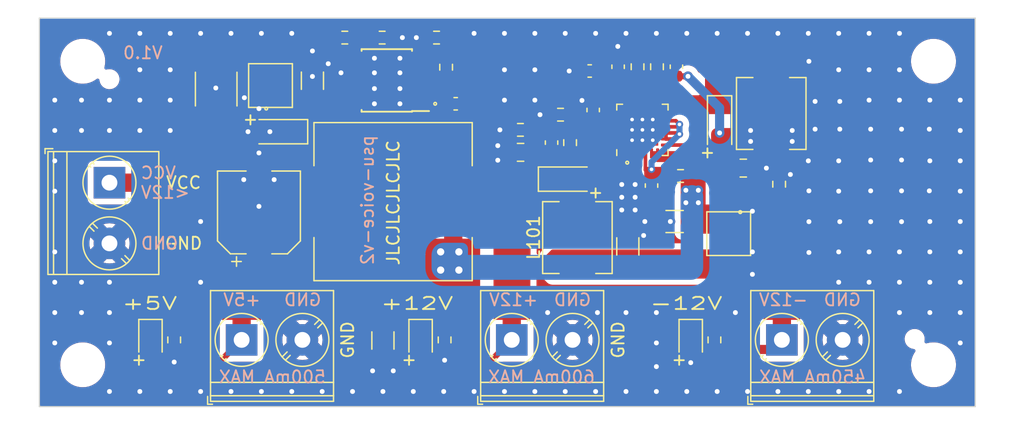
<source format=kicad_pcb>
(kicad_pcb (version 20221018) (generator pcbnew)
  (layers (0 "F.Cu" signal) (1 "In1.Cu" power "GND1") (2 "In2.Cu" power "GND2") (31 "B.Cu" signal) (34 "B.Paste" user) (35 "F.Paste" user) (36 "B.SilkS" user "B.Silkscreen") (37 "F.SilkS" user "F.Silkscreen") (38 "B.Mask" user) (39 "F.Mask" user) (44 "Edge.Cuts" user))
  (net 0 "")
  (net 1 "GND")
  (net 2 "+12V")
  (net 3 "-12V")
  (net 4 "VCC")
  (net 5 "+5V")
  (net 6 "Net-(Q101-S)")
  (net 7 "Net-(Q102-D)")
  (net 8 "Net-(U101-ENN)")
  (net 9 "Net-(U102-BOOT)")
  (net 10 "Net-(D102-K)")
  (net 11 "Net-(U101-CP)")
  (net 12 "Net-(U101-FBP)")
  (net 13 "Net-(U101-FBN)")
  (net 14 "Net-(U101-VREF)")
  (net 15 "Net-(U101-CN)")
  (net 16 "Net-(D101-A)")
  (net 17 "Net-(D103-K)")
  (net 18 "Net-(D104-K)")
  (net 19 "Net-(D105-K)")
  (net 20 "Net-(D106-K)")
  (net 21 "Net-(Q101-D)")
  (net 22 "Net-(Q102-G)")
  (net 23 "Net-(U102-EN)")
  (net 28 "PSU_FB")
  (footprint "MountingHole:MountingHole_2.1mm" (layer "F.Cu") (at 24.765 20.031)
    (fp_text reference "REF**")
    (fp_text value "MountingHole_1.152mm")
  )
  (footprint "MountingHole:MountingHole_2.1mm" (layer "F.Cu") (at 91.015 41.431)
    (fp_text reference "REF**")
    (fp_text value "MountingHole_1.152mm")
  )
  (footprint "Resistor_SMD:R_0603_1608Metric" (layer "F.Cu") (at 52.465 19.0435 -90)
    (fp_text reference "R108")
    (fp_text value "10k")
  )
  (footprint "Capacitor_SMD:C_1206_3216Metric" (layer "F.Cu") (at 71.265 31.756 180)
    (fp_text reference "C101")
    (fp_text value "10u")
  )
  (footprint "MountingHole:MountingHole_3.2mm_M3" (layer "F.Cu") (at 22.565 18.556)
    (fp_text reference "H101")
    (fp_text value "MountingHole")
  )
  (footprint "Inductor_SMD:L_Sunlord_MWSA0518S" (layer "F.Cu") (at 79.215 22.856 -90)
    (fp_text reference "L103")
    (fp_text value "10u")
  )
  (footprint "MountingHole:MountingHole_3.2mm_M3" (layer "F.Cu") (at 92.565 18.556)
    (fp_text reference "H102")
    (fp_text value "MountingHole")
  )
  (footprint "PCM_Package_TO_SOT_SMD_AKL:SOT-23" (layer "F.Cu") (at 75.715 32.756 -90)
    (fp_text reference "Q102")
    (fp_text value "AO3401A" hide)
  )
  (footprint "Package_SO:TI_SO-PowerPAD-8_ThermalVias" (layer "F.Cu") (at 47.5836 20.1314 180)
    (fp_text reference "U102")
    (fp_text value "TPS5430DDA")
  )
  (footprint "Resistor_SMD:R_0603_1608Metric" (layer "F.Cu") (at 61.8775 22.956)
    (fp_text reference "R105")
    (fp_text value "110k")
  )
  (footprint "TerminalBlock_Phoenix:TerminalBlock_Phoenix_PT-1,5-2-5.0-H_1x02_P5.00mm_Horizontal" (layer "F.Cu") (at 24.765 28.556 -90)
    (fp_text reference "J101")
    (fp_text value "Screw_Terminal_01x02")
  )
  (footprint "Inductor_SMD:L_Sunlord_SWRB1204S" (layer "F.Cu") (at 48.1012 30.117)
    (fp_text reference "L102")
    (fp_text value "47u")
  )
  (footprint "Resistor_SMD:R_0603_1608Metric" (layer "F.Cu") (at 68.215 19.006 90)
    (fp_text reference "R106")
    (fp_text value "100k")
  )
  (footprint "TerminalBlock_Phoenix:TerminalBlock_Phoenix_PT-1,5-2-5.0-H_1x02_P5.00mm_Horizontal" (layer "F.Cu") (at 80.09 41.506)
    (fp_text reference "J104")
    (fp_text value "Screw_Terminal_01x02")
  )
  (footprint "Resistor_SMD:R_0603_1608Metric" (layer "F.Cu") (at 71.7525 28.006)
    (fp_text reference "R101")
    (fp_text value "100")
  )
  (footprint "Resistor_SMD:R_0603_1608Metric" (layer "F.Cu") (at 44.1275 16.606 180)
    (fp_text reference "R102")
    (fp_text value "100k")
  )
  (footprint "Capacitor_SMD:C_0603_1608Metric" (layer "F.Cu") (at 66.615 19.006 90)
    (fp_text reference "C111")
    (fp_text value "220n")
  )
  (footprint "Capacitor_SMD:C_1206_3216Metric" (layer "F.Cu") (at 67.415 33.806 90)
    (fp_text reference "C103")
    (fp_text value "10u")
  )
  (footprint "Capacitor_SMD:C_0603_1608Metric" (layer "F.Cu") (at 53.2525 22.056)
    (fp_text reference "C105")
    (fp_text value "10n")
  )
  (footprint "Capacitor_SMD:C_0603_1608Metric" (layer "F.Cu") (at 71.415 19.006 -90)
    (fp_text reference "C109")
    (fp_text value "8p2")
  )
  (footprint "Diode_SMD:D_SOD-123" (layer "F.Cu") (at 38.715 24.356 180)
    (fp_text reference "D102")
    (fp_text value "B5819W")
  )
  (footprint "LED_SMD:LED_0805_2012Metric" (layer "F.Cu") (at 28.14 41.506 -90)
    (fp_text reference "D104")
    (fp_text value "RED")
  )
  (footprint "Capacitor_SMD:CP_Elec_6.3x7.7" (layer "F.Cu") (at 37.065 31.006 90)
    (fp_text reference "C110")
    (fp_text value "220u")
  )
  (footprint "Capacitor_SMD:C_1206_3216Metric" (layer "F.Cu") (at 41.465 20.156 90)
    (fp_text reference "C102")
    (fp_text value "10u")
  )
  (footprint "Capacitor_SMD:C_0603_1608Metric" (layer "F.Cu") (at 64.565 22.5685 90)
    (fp_text reference "C106")
    (fp_text value "10n")
  )
  (footprint "MountingHole:MountingHole_3.2mm_M3" (layer "F.Cu") (at 22.565 43.556)
    (fp_text reference "H104")
    (fp_text value "MountingHole")
  )
  (footprint "Resistor_SMD:R_0603_1608Metric" (layer "F.Cu") (at 47.2025 16.606 180)
    (fp_text reference "R103")
    (fp_text value "100k")
  )
  (footprint "TerminalBlock_Phoenix:TerminalBlock_Phoenix_PT-1,5-2-5.0-H_1x02_P5.00mm_Horizontal" (layer "F.Cu") (at 35.64 41.506)
    (fp_text reference "J103")
    (fp_text value "Screw_Terminal_01x02")
  )
  (footprint "Capacitor_SMD:C_0603_1608Metric" (layer "F.Cu") (at 69.365 28.7935 -90)
    (fp_text reference "C104")
    (fp_text value "100n")
  )
  (footprint "Capacitor_SMD:C_0805_2012Metric" (layer "F.Cu") (at 76.915 27.356)
    (fp_text reference "C112")
    (fp_text value "22u")
  )
  (footprint "TerminalBlock_Phoenix:TerminalBlock_Phoenix_PT-1,5-2-5.0-H_1x02_P5.00mm_Horizontal" (layer "F.Cu") (at 57.865 41.506)
    (fp_text reference "J102")
    (fp_text value "Screw_Terminal_01x02")
  )
  (footprint "MountingHole:MountingHole_3.2mm_M3" (layer "F.Cu") (at 92.565 43.556)
    (fp_text reference "H103")
    (fp_text value "MountingHole")
  )
  (footprint "LED_SMD:LED_0805_2012Metric" (layer "F.Cu") (at 50.365 41.506 -90)
    (fp_text reference "D105")
    (fp_text value "GREEN")
  )
  (footprint "Diode_SMD:D_SOD-123" (layer "F.Cu") (at 62.415 28.2628)
    (fp_text reference "D101")
    (fp_text value "B5819W")
  )
  (footprint "Capacitor_SMD:C_0603_1608Metric" (layer "F.Cu") (at 64.2775 19.356 180)
    (fp_text reference "C114")
    (fp_text value "4n7")
  )
  (footprint "Capacitor_SMD:C_0805_2012Metric" (layer "F.Cu") (at 58.59 26.056 180)
    (fp_text reference "C113")
    (fp_text value "22u")
  )
  (footprint "Resistor_SMD:R_0603_1608Metric" (layer "F.Cu") (at 30.09 41.506 90)
    (fp_text reference "R112")
    (fp_text value "1k5")
  )
  (footprint "Resistor_SMD:R_0603_1608Metric" (layer "F.Cu") (at 52.34 41.506 90)
    (fp_text reference "R113")
    (fp_text value "4k3")
  )
  (footprint "Diode_SMD:D_SOD-123" (layer "F.Cu") (at 74.965 23.756 -90)
    (fp_text reference "D103")
    (fp_text value "B5819W")
  )
  (footprint "PCM_Package_TO_SOT_SMD_AKL:SOT-23" (layer "F.Cu") (at 38.015 20.556 90)
    (fp_text reference "Q101")
    (fp_text value "AO3401A" hide)
  )
  (footprint "Resistor_SMD:R_0603_1608Metric" (layer "F.Cu") (at 62.665 25.256 -90)
    (fp_text reference "R104")
    (fp_text value "1M")
  )
  (footprint "Capacitor_SMD:C_0603_1608Metric" (layer "F.Cu") (at 61.14 25.256 90)
    (fp_text reference "C108")
    (fp_text value "6p8")
  )
  (footprint "Inductor_SMD:L_Sunlord_MWSA0518S" (layer "F.Cu") (at 63.265 33.0788 90)
    (fp_text reference "L101")
    (fp_text value "10u")
  )
  (footprint "Resistor_SMD:R_0603_1608Metric" (layer "F.Cu") (at 58.5775 24.206)
    (fp_text reference "R111")
    (fp_text value "12k")
  )
  (footprint "LED_SMD:LED_0805_2012Metric" (layer "F.Cu") (at 72.59 41.506 -90)
    (fp_text reference "D106")
    (fp_text value "YELLOW")
  )
  (footprint "Capacitor_SMD:C_1206_3216Metric" (layer "F.Cu") (at 47.265 41.556 -90)
    (fp_text reference "C107")
    (fp_text value "10u")
  )
  (footprint "Resistor_SMD:R_0603_1608Metric" (layer "F.Cu") (at 69.815 19.006 90)
    (fp_text reference "R107")
    (fp_text value "1M")
  )
  (footprint "Resistor_SMD:R_0603_1608Metric" (layer "F.Cu") (at 51.6775 16.606)
    (fp_text reference "R109")
    (fp_text value "3k3")
  )
  (footprint "Package_DFN_QFN:QFN-24-1EP_4x4mm_P0.5mm_EP2.6x2.6mm" (layer "F.Cu") (at 68.615 24.206 90)
    (fp_text reference "U101")
    (fp_text value "TPS65131RGER")
  )
  (footprint "Resistor_SMD:R_0603_1608Metric" (layer "F.Cu") (at 74.54 41.506 90)
    (fp_text reference "R114")
    (fp_text value "5k1")
  )
  (footprint "Fuse:Fuse_1812_4532Metric" (layer "F.Cu") (at 33.547 20.846 -90)
    (fp_text reference "F101")
    (fp_text value "500mA")
  )
  (footprint "Resistor_SMD:R_0603_1608Metric" (layer "F.Cu") (at 79.865 28.681 -90)
    (fp_text reference "R110")
    (fp_text value "12k")
  )
  (gr_circle (center 67.365 26.906) (end 67.39 26.956) (stroke (width 0.12)) (fill none) (layer "F.SilkS"))
  (gr_circle (center 76.665 30.981) (end 76.69 31.031) (stroke (width 0.12)) (fill none) (layer "F.SilkS"))
  (gr_circle (center 37.665 22.456) (end 37.715 22.456) (stroke (width 0.12)) (fill none) (layer "F.SilkS"))
  (gr_circle (center 51.565 22.056) (end 51.565 22.106) (stroke (width 0.12)) (fill none) (layer "F.SilkS"))
  (gr_line (start 19 15) (end 96 15) (stroke (width 0.1)) (layer "Edge.Cuts"))
  (gr_line (start 96 15) (end 96 47) (stroke (width 0.1)) (layer "Edge.Cuts"))
  (gr_line (start 19 47) (end 19 15) (stroke (width 0.1)) (layer "Edge.Cuts"))
  (gr_line (start 19 47) (end 96 47) (stroke (width 0.1)) (layer "Edge.Cuts"))
  (gr_text "GND" (at 40.665 38.206) (layer "B.SilkS") (effects (font (size 1 1)) (justify mirror)))
  (gr_text "+5V" (at 35.665 38.206) (layer "B.SilkS") (effects (font (size 1 1)) (justify mirror)))
  (gr_text "+12V" (at 58.015 38.206) (layer "B.SilkS") (effects (font (size 1 1)) (justify mirror)))
  (gr_text "GND" (at 62.865 38.206) (layer "B.SilkS") (effects (font (size 1 1)) (justify mirror)))
  (gr_text "GND" (at 85.065 38.206) (layer "B.SilkS") (effects (font (size 1 1)) (justify mirror)))
  (gr_text "-12V" (at 80.215 38.206) (layer "B.SilkS") (effects (font (size 1 1)) (justify mirror)))
  (gr_text "GND" (at 27.265 33.556) (layer "B.SilkS") (effects (font (size 1 1)) (justify right mirror)))
  (gr_text "600mA MAX" (at 60.315 44.556) (layer "B.SilkS") (effects (font (size 1 1)) (justify mirror)))
  (gr_text "450mA MAX" (at 82.615 44.556) (layer "B.SilkS") (effects (font (size 1 1)) (justify mirror)))
  (gr_text "500mA MAX" (at 38.165 44.556) (layer "B.SilkS") (effects (font (size 1 1)) (justify mirror)))
  (gr_text "VCC\n<12V" (at 27.265 28.556) (layer "B.SilkS") (effects (font (size 1 1)) (justify right mirror)))
  (gr_text "V1.0" (at 27.515 17.856) (layer "B.SilkS") (effects (font (size 1 1)) (justify mirror)))
  (gr_text "psu-voice-v2" (at 45.993 29.99 90) (layer "B.SilkS") (effects (font (size 1 1)) (justify mirror)))
  (gr_text "+12V" (at 50.065 38.506) (layer "F.SilkS") (effects (font (size 1 1.5))))
  (gr_text "-12V" (at 72.215 38.506) (layer "F.SilkS") (effects (font (size 1 1.5))))
  (gr_text "GND" (at 44.365 41.506 90) (layer "F.SilkS") (effects (font (size 1 1))))
  (gr_text "GND" (at 66.615 41.506 90) (layer "F.SilkS") (effects (font (size 1 1))))
  (gr_text "GND" (at 30.865 33.556) (layer "F.SilkS") (effects (font (size 1 1))))
  (gr_text "VCC" (at 30.865 28.556) (layer "F.SilkS") (effects (font (size 1 1))))
  (gr_text "+" (at 49.415 43.106) (layer "F.SilkS") (effects (font (size 1 1))))
  (gr_text "+" (at 71.64 43.106) (layer "F.SilkS") (effects (font (size 1 1))))
  (gr_text "+" (at 73.965 26.031) (layer "F.SilkS") (effects (font (size 1 1))))
  (gr_text "+" (at 64.765 29.331) (layer "F.SilkS") (effects (font (size 1 1))))
  (gr_text "+" (at 36.365 23.306) (layer "F.SilkS") (effects (font (size 1 1))))
  (gr_text "+" (at 27.19 43.106) (layer "F.SilkS") (effects (font (size 1 1))))
  (gr_text "+5V" (at 28.065 38.506) (layer "F.SilkS") (effects (font (size 1 1.5))))
  (gr_text "JLCJLCJLCJLC" (at 48.115 30.206 90) (layer "F.SilkS") (effects (font (size 1 1))))
  (segment (start 72.59 42.4435) (end 72.59 43.381) (width 0.75) (layer "F.Cu") (net 1))
  (segment (start 78.965 25.156) (end 79.215 24.906) (width 0.75) (layer "F.Cu") (net 1))
  (segment (start 44.915 19.516) (end 43.825 19.516) (width 0.75) (layer "F.Cu") (net 1))
  (segment (start 79.865 27.8935) (end 80.7775 27.8935) (width 0.5) (layer "F.Cu") (net 1))
  (segment (start 41.465 17.706) (end 41.465 18.756) (width 0.75) (layer "F.Cu") (net 1))
  (segment (start 57.265 26.056) (end 56.715 25.506) (width 0.75) (layer "F.Cu") (net 1))
  (segment (start 37.065 28.306) (end 38.315 28.306) (width 0.75) (layer "F.Cu") (net 1))
  (segment (start 42.765 18.756) (end 41.465 18.756) (width 0.75) (layer "F.Cu") (net 1))
  (segment (start 48.865 16.606) (end 48.0275 16.606) (width 0.75) (layer "F.Cu") (net 1))
  (segment (start 48.115 44.056) (end 48.115 43.881) (width 0.75) (layer "F.Cu") (net 1))
  (segment (start 64.565 21.7935) (end 63.6525 21.7935) (width 0.75) (layer "F.Cu") (net 1))
  (segment (start 30.09 43.331) (end 30.09 42.331) (width 0.75) (layer "F.Cu") (net 1))
  (segment (start 43.825 19.516) (end 43.815 19.506) (width 0.75) (layer "F.Cu") (net 1))
  (segment (start 44.915 19.516) (end 46.98 19.516) (width 0.75) (layer "F.Cu") (net 1))
  (segment (start 37.065 28.306) (end 35.815 28.306) (width 0.75) (layer "F.Cu") (net 1))
  (segment (start 63.5025 19.356) (end 62.59 19.356) (width 0.75) (layer "F.Cu") (net 1))
  (segment (start 77.515 25.156) (end 78.965 25.156) (width 0.75) (layer "F.Cu") (net 1))
  (segment (start 57.64 26.056) (end 57.365 26.056) (width 0.75) (layer "F.Cu") (net 1))
  (segment (start 50.8525 16.606) (end 50.015 16.606) (width 0.75) (layer "F.Cu") (net 1))
  (segment (start 70.915 31.756) (end 69.865 31.756) (width 0.75) (layer "F.Cu") (net 1))
  (segment (start 64.79 21.781) (end 64.565 21.781) (width 0.3) (layer "F.Cu") (net 1))
  (segment (start 77.865 27.356) (end 78.815 27.356) (width 0.75) (layer "F.Cu") (net 1))
  (segment (start 37.065 28.306) (end 37.065 26.106) (width 0.75) (layer "F.Cu") (net 1))
  (segment (start 46.415 44.056) (end 46.415 43.881) (width 0.75) (layer "F.Cu") (net 1))
  (segment (start 37.065 21.556) (end 37.065 22.456) (width 0.75) (layer "F.Cu") (net 1))
  (segment (start 37.065 24.356) (end 36.165 24.356) (width 0.75) (layer "F.Cu") (net 1))
  (segment (start 79.865 24.256) (end 79.215 24.906) (width 0.75) (layer "F.Cu") (net 1))
  (segment (start 37.065 28.306) (end 37.065 30.506) (width 0.75) (layer "F.Cu") (net 1))
  (segment (start 77.515 24.256) (end 78.565 24.256) (width 0.75) (layer "F.Cu") (net 1))
  (segment (start 61.0525 22.956) (end 60.19 22.956) (width 0.75) (layer "F.Cu") (net 1))
  (segment (start 52.34 43.181) (end 52.34 42.331) (width 0.75) (layer "F.Cu") (net 1))
  (segment (start 41.465 18.756) (end 41.465 19.806) (width 0.75) (layer "F.Cu") (net 1))
  (segment (start 80.94 24.256) (end 79.865 24.256) (width 0.75) (layer "F.Cu") (net 1))
  (segment (start 37.065 24.356) (end 37.965 24.356) (width 0.75) (layer "F.Cu") (net 1))
  (segment (start 57.365 26.056) (end 56.715 26.706) (width 0.75) (layer "F.Cu") (net 1))
  (segment (start 66.6775 22.956) (end 65.965 22.956) (width 0.3) (layer "F.Cu") (net 1))
  (segment (start 78.565 24.256) (end 79.215 24.906) (width 0.75) (layer "F.Cu") (net 1))
  (segment (start 48.115 43.881) (end 47.265 43.031) (width 0.75) (layer "F.Cu") (net 1))
  (segment (start 46.415 43.881) (end 47.265 43.031) (width 0.75) (layer "F.Cu") (net 1))
  (segment (start 79.465 25.156) (end 79.215 24.906) (width 0.75) (layer "F.Cu") (net 1))
  (segment (start 57.7525 24.206) (end 56.89 24.206) (width 0.75) (layer "F.Cu") (net 1))
  (segment (start 66.615 18.231) (end 66.615 17.356) (width 0.75) (layer "F.Cu") (net 1))
  (segment (start 80.7775 27.8935) (end 80.79 27.881) (width 0.5) (layer "F.Cu") (net 1))
  (segment (start 65.965 22.956) (end 64.79 21.781) (width 0.3) (layer "F.Cu") (net 1))
  (segment (start 80.94 25.156) (end 79.465 25.156) (width 0.75) (layer "F.Cu") (net 1))
  (segment (start 66.615 17.356) (end 66.59 17.331) (width 0.75) (layer "F.Cu") (net 1))
  (segment (start 63.6525 21.7935) (end 63.64 21.781) (width 0.75) (layer "F.Cu") (net 1))
  (segment (start 57.64 26.056) (end 57.265 26.056) (width 0.75) (layer "F.Cu") (net 1))
  (via (at 67.765 24.206) (size 0.6) (drill 0.3) (layers "F.Cu" "B.Cu") (net 1))
  (via (at 67.765 23.356) (size 0.6) (drill 0.3) (layers "F.Cu" "B.Cu") (net 1))
  (via (at 68.615 23.356) (size 0.6) (drill 0.3) (layers "F.Cu" "B.Cu") (net 1))
  (via (at 69.465 23.356) (size 0.6) (drill 0.3) (layers "F.Cu" "B.Cu") (net 1))
  (via (at 69.465 24.206) (size 0.6) (drill 0.3) (layers "F.Cu" "B.Cu") (net 1))
  (via (at 69.465 25.056) (size 0.6) (drill 0.3) (layers "F.Cu" "B.Cu") (net 1))
  (via (at 68.615 25.056) (size 0.6) (drill 0.3) (layers "F.Cu" "B.Cu") (net 1))
  (via (at 67.765 25.056) (size 0.6) (drill 0.3) (layers "F.Cu" "B.Cu") (net 1))
  (via (at 56.715 25.506) (size 0.8) (drill 0.4) (layers "F.Cu" "B.Cu") (net 1))
  (via (at 56.89 24.206) (size 0.8) (drill 0.4) (layers "F.Cu" "B.Cu") (net 1))
  (via (at 60.19 22.956) (size 0.8) (drill 0.4) (layers "F.Cu" "B.Cu") (net 1))
  (via (at 63.64 21.781) (size 0.8) (drill 0.4) (layers "F.Cu" "B.Cu") (net 1))
  (via (at 62.59 19.356) (size 0.8) (drill 0.4) (layers "F.Cu" "B.Cu") (net 1))
  (via (at 66.59 17.331) (size 0.8) (drill 0.4) (layers "F.Cu" "B.Cu") (net 1))
  (via (at 78.815 27.356) (size 0.8) (drill 0.4) (layers "F.Cu" "B.Cu") (net 1))
  (via (at 80.79 27.881) (size 0.8) (drill 0.4) (layers "F.Cu" "B.Cu") (net 1))
  (via (at 80.94 25.156) (size 0.8) (drill 0.4) (layers "F.Cu" "B.Cu") (net 1))
  (via (at 80.94 24.256) (size 0.8) (drill 0.4) (layers "F.Cu" "B.Cu") (net 1))
  (via (at 77.515 24.256) (size 0.8) (drill 0.4) (layers "F.Cu" "B.Cu") (net 1))
  (via (at 77.515 25.156) (size 0.8) (drill 0.4) (layers "F.Cu" "B.Cu") (net 1))
  (via (at 68.715 32.906) (size 0.8) (drill 0.4) (layers "F.Cu" "B.Cu") (net 1))
  (via (at 68.815 31.756) (size 0.8) (drill 0.4) (layers "F.Cu" "B.Cu") (net 1))
  (via (at 52.34 43.181) (size 0.8) (drill 0.4) (layers "F.Cu" "B.Cu") (net 1))
  (via (at 72.59 43.381) (size 0.8) (drill 0.4) (layers "F.Cu" "B.Cu") (net 1))
  (via (at 30.09 43.331) (size 0.8) (drill 0.4) (layers "F.Cu" "B.Cu") (net 1))
  (via (at 29.765 16.256) (size 0.8) (drill 0.4) (layers "F.Cu" "B.Cu") (net 1))
  (via (at 32.265 16.256) (size 0.8) (drill 0.4) (layers "F.Cu" "B.Cu") (net 1))
  (via (at 34.765 16.256) (size 0.8) (drill 0.4) (layers "F.Cu" "B.Cu") (net 1))
  (via (at 37.265 16.256) (size 0.8) (drill 0.4) (layers "F.Cu" "B.Cu") (net 1))
  (via (at 59.765 16.256) (size 0.8) (drill 0.4) (layers "F.Cu" "B.Cu") (net 1))
  (via (at 62.265 16.256) (size 0.8) (drill 0.4) (layers "F.Cu" "B.Cu") (net 1))
  (via (at 64.765 16.256) (size 0.8) (drill 0.4) (layers "F.Cu" "B.Cu") (net 1))
  (via (at 67.265 16.256) (size 0.8) (drill 0.4) (layers "F.Cu" "B.Cu") (net 1))
  (via (at 69.765 16.256) (size 0.8) (drill 0.4) (layers "F.Cu" "B.Cu") (net 1))
  (via (at 72.265 16.256) (size 0.8) (drill 0.4) (layers "F.Cu" "B.Cu") (net 1))
  (via (at 74.765 16.256) (size 0.8) (drill 0.4) (layers "F.Cu" "B.Cu") (net 1))
  (via (at 77.265 16.256) (size 0.8) (drill 0.4) (layers "F.Cu" "B.Cu") (net 1))
  (via (at 79.765 16.256) (size 0.8) (drill 0.4) (layers "F.Cu" "B.Cu") (net 1))
  (via (at 82.265 16.256) (size 0.8) (drill 0.4) (layers "F.Cu" "B.Cu") (net 1))
  (via (at 84.765 16.256) (size 0.8) (drill 0.4) (layers "F.Cu" "B.Cu") (net 1))
  (via (at 87.265 16.256) (size 0.8) (drill 0.4) (layers "F.Cu" "B.Cu") (net 1))
  (via (at 89.765 16.256) (size 0.8) (drill 0.4) (layers "F.Cu" "B.Cu") (net 1))
  (via (at 24.765 16.256) (size 0.8) (drill 0.4) (layers "F.Cu" "B.Cu") (net 1))
  (via (at 20.265 26.756) (size 0.8) (drill 0.4) (layers "F.Cu" "B.Cu") (net 1))
  (via (at 20.265 41.756) (size 0.8) (drill 0.4) (layers "F.Cu" "B.Cu") (net 1))
  (via (at 20.265 39.256) (size 0.8) (drill 0.4) (layers "F.Cu" "B.Cu") (net 1))
  (via (at 20.265 36.756) (size 0.8) (drill 0.4) (layers "F.Cu" "B.Cu") (net 1))
  (via (at 20.265 34.256) (size 0.8) (drill 0.4) (layers "F.Cu" "B.Cu") (net 1))
  (via (at 20.265 29.256) (size 0.8) (drill 0.4) (layers "F.Cu" "B.Cu") (net 1))
  (via (at 20.265 24.256) (size 0.8) (drill 0.4) (layers "F.Cu" "B.Cu") (net 1))
  (via (at 20.265 21.756) (size 0.8) (drill 0.4) (layers "F.Cu" "B.Cu") (net 1))
  (via (at 32.265 45.756) (size 0.8) (drill 0.4) (layers "F.Cu" "B.Cu") (net 1))
  (via (at 34.765 45.756) (size 0.8) (drill 0.4) (layers "F.Cu" "B.Cu") (net 1))
  (via (at 52.265 45.756) (size 0.8) (drill 0.4) (layers "F.Cu" "B.Cu") (net 1))
  (via (at 72.265 45.756) (size 0.8) (drill 0.4) (layers "F.Cu" "B.Cu") (net 1))
  (via (at 82.265 45.756) (size 0.8) (drill 0.4) (layers "F.Cu" "B.Cu") (net 1))
  (via (at 39.765 45.756) (size 0.8) (drill 0.4) (layers "F.Cu" "B.Cu") (net 1))
  (via (at 42.265 45.756) (size 0.8) (drill 0.4) (layers "F.Cu" "B.Cu") (net 1))
  (via (at 64.765 45.756) (size 0.8) (drill 0.4) (layers "F.Cu" "B.Cu") (net 1))
  (via (at 59.765 45.756) (size 0.8) (drill 0.4) (layers "F.Cu" "B.Cu") (net 1))
  (via (at 47.265 45.756) (size 0.8) (drill 0.4) (layers "F.Cu" "B.Cu") (net 1))
  (via (at 49.765 45.756) (size 0.8) (drill 0.4) (layers "F.Cu" "B.Cu") (net 1))
  (via (at 54.765 45.756) (size 0.8) (drill 0.4) (layers "F.Cu" "B.Cu") (net 1))
  (via (at 67.265 45.756) (size 0.8) (drill 0.4) (layers "F.Cu" "B.Cu") (net 1))
  (via (at 27.265 45.756) (size 0.8) (drill 0.4) (layers "F.Cu" "B.Cu") (net 1))
  (via (at 74.765 45.756) (size 0.8) (drill 0.4) (layers "F.Cu" "B.Cu") (net 1))
  (via (at 37.265 45.756) (size 0.8) (drill 0.4) (layers "F.Cu" "B.Cu") (net 1))
  (via (at 44.765 45.756) (size 0.8) (drill 0.4) (layers "F.Cu" "B.Cu") (net 1))
  (via (at 69.765 45.756) (size 0.8) (drill 0.4) (layers "F.Cu" "B.Cu") (net 1))
  (via (at 57.265 45.756) (size 0.8) (drill 0.4) (layers "F.Cu" "B.Cu") (net 1))
  (via (at 87.265 45.756) (size 0.8) (drill 0.4) (layers "F.Cu" "B.Cu") (net 1))
  (via (at 62.265 45.756) (size 0.8) (drill 0.4) (layers "F.Cu" "B.Cu") (net 1))
  (via (at 79.765 45.756) (size 0.8) (drill 0.4) (layers "F.Cu" "B.Cu") (net 1))
  (via (at 84.765 45.756) (size 0.8) (drill 0.4) (layers "F.Cu" "B.Cu") (net 1))
  (via (at 89.765 45.756) (size 0.8) (drill 0.4) (layers "F.Cu" "B.Cu") (net 1))
  (via (at 77.265 45.756) (size 0.8) (drill 0.4) (layers "F.Cu" "B.Cu") (net 1))
  (via (at 29.765 45.756) (size 0.8) (drill 0.4) (layers "F.Cu" "B.Cu") (net 1))
  (via (at 94.765 21.756) (size 0.8) (drill 0.4) (layers "F.Cu" "B.Cu") (net 1))
  (via (at 94.765 31.756) (size 0.8) (drill 0.4) (layers "F.Cu" "B.Cu") (net 1))
  (via (at 94.765 24.256) (size 0.8) (drill 0.4) (layers "F.Cu" "B.Cu") (net 1))
  (via (at 94.765 29.256) (size 0.8) (drill 0.4) (layers "F.Cu" "B.Cu") (net 1))
  (via (at 94.765 34.256) (size 0.8) (drill 0.4) (layers "F.Cu" "B.Cu") (net 1))
  (via (at 94.765 26.756) (size 0.8) (drill 0.4) (layers "F.Cu" "B.Cu") (net 1))
  (via (at 94.765 39.256) (size 0.8) (drill 0.4) (layers "F.Cu" "B.Cu") (net 1))
  (via (at 94.765 36.756) (size 0.8) (drill 0.4) (layers "F.Cu" "B.Cu") (net 1))
  (via (at 94.765 41.756) (size 0.8) (drill 0.4) (layers "F.Cu" "B.Cu") (net 1))
  (via (at 66.915 28.706) (size 0.8) (drill 0.4) (layers "F.Cu" "B.Cu") (net 1))
  (via (at 68.015 28.706) (size 0.8) (drill 0.4) (layers "F.Cu" "B.Cu") (net 1))
  (via (at 66.915 29.756) (size 0.8) (drill 0.4) (layers "F.Cu" "B.Cu") (net 1))
  (via (at 68.015 29.756) (size 0.8) (drill 0.4) (layers "F.Cu" "B.Cu") (net 1))
  (via (at 66.915 30.806) (size 0.8) (drill 0.4) (layers "F.Cu" "B.Cu") (net 1))
  (via (at 68.015 30.806) (size 0.8) (drill 0.4) (layers "F.Cu" "B.Cu") (net 1))
  (via (at 29.765 19.256) (size 0.8) (drill 0.4) (layers "F.Cu" "B.Cu") (net 1))
  (via (at 29.765 21.756) (size 0.8) (drill 0.4) (layers "F.Cu" "B.Cu") (net 1))
  (via (at 29.765 24.256) (size 0.8) (drill 0.4) (layers "F.Cu" "B.Cu") (net 1))
  (via (at 27.265 24.256) (size 0.8) (drill 0.4) (layers "F.Cu" "B.Cu") (net 1))
  (via (at 24.765 24.256) (size 0.8) (drill 0.4) (layers "F.Cu" "B.Cu") (net 1))
  (via (at 27.265 21.756) (size 0.8) (drill 0.4) (layers "F.Cu" "B.Cu") (net 1))
  (via (at 27.265 19.256) (size 0.8) (drill 0.4) (layers "F.Cu" "B.Cu") (net 1))
  (via (at 24.765 21.756) (size 0.8) (drill 0.4) (layers "F.Cu" "B.Cu") (net 1))
  (via (at 24.765 36.756) (size 0.8) (drill 0.4) (layers "F.Cu" "B.Cu") (net 1))
  (via (at 24.765 39.256) (size 0.8) (drill 0.4) (layers "F.Cu" "B.Cu") (net 1))
  (via (at 32.265 31.756) (size 0.8) (drill 0.4) (layers "F.Cu" "B.Cu") (net 1))
  (via (at 57.265 19.256) (size 0.8) (drill 0.4) (layers "F.Cu" "B.Cu") (net 1))
  (via (at 59.765 19.256) (size 0.8) (drill 0.4) (layers "F.Cu" "B.Cu") (net 1))
  (via (at 59.765 21.756) (size 0.8) (drill 0.4) (layers "F.Cu" "B.Cu") (net 1))
  (via (at 57.265 21.756) (size 0.8) (drill 0.4) (layers "F.Cu" "B.Cu") (net 1))
  (via (at 84.765 19.256) (size 0.8) (drill 0.4) (layers "F.Cu" "B.Cu") (net 1))
  (via (at 87.265 19.256) (size 0.8) (drill 0.4) (layers "F.Cu" "B.Cu") (net 1))
  (via (at 82.265 26.756) (size 0.8) (drill 0.4) (layers "F.Cu" "B.Cu") (net 1))
  (via (at 92.265 34.256) (size 0.8) (drill 0.4) (layers "F.Cu" "B.Cu") (net 1))
  (via (at 87.265 34.256) (size 0.8) (drill 0.4) (layers "F.Cu" "B.Cu") (net 1))
  (via (at 84.765 34.256) (size 0.8) (drill 0.4) (layers "F.Cu" "B.Cu") (net 1))
  (via (at 84.765 36.756) (size 0.8) (drill 0.4) (layers "F.Cu" "B.Cu") (net 1))
  (via (at 89.765 34.256) (size 0.8) (drill 0.4) (layers "F.Cu" "B.Cu") (net 1))
  (via (at 89.765 36.756) (size 0.8) (drill 0.4) (layers "F.Cu" "B.Cu") (net 1))
  (via (at 87.265 36.756) (size 0.8) (drill 0.4) (layers "F.Cu" "B.Cu") (net 1))
  (via (at 92.265 36.756) (size 0.8) (drill 0.4) (layers "F.Cu" "B.Cu") (net 1))
  (via (at 92.265 39.256) (size 0.8) (drill 0.4) (layers "F.Cu" "B.Cu") (net 1))
  (via (at 89.765 39.256) (size 0.8) (drill 0.4) (layers "F.Cu" "B.Cu") (net 1))
  (via (at 69.765 41.756) (size 0.8) (drill 0.4) (layers "F.Cu" "B.Cu") (net 1))
  (via (at 32.265 36.756) (size 0.8) (drill 0.4) (layers "F.Cu" "B.Cu") (net 1))
  (via (at 89.765 19.256) (size 0.8) (drill 0.4) (layers "F.Cu" "B.Cu") (net 1))
  (via (at 84.765 26.756) (size 0.8) (drill 0.4) (layers "F.Cu" "B.Cu") (net 1))
  (via (at 92.265 26.756) (size 0.8) (drill 0.4) (layers "F.Cu" "B.Cu") (net 1))
  (via (at 84.765 29.256) (size 0.8) (drill 0.4) (layers "F.Cu" "B.Cu") (net 1))
  (via (at 87.265 21.756) (size 0.8) (drill 0.4) (layers "F.Cu" "B.Cu") (net 1))
  (via (at 89.765 21.756) (size 0.8) (drill 0.4) (layers "F.Cu" "B.Cu") (net 1))
  (via (at 92.265 21.756) (size 0.8) (drill 0.4) (layers "F.Cu" "B.Cu") (net 1))
  (via (at 92.265 31.756) (size 0.8) (drill 0.4) (layers "F.Cu" "B.Cu") (net 1))
  (via (at 39.765 16.256) (size 0.8) (drill 0.4) (layers "F.Cu" "B.Cu") (net 1))
  (via (at 57.265 16.256) (size 0.8) (drill 0.4) (layers "F.Cu" "B.Cu") (net 1))
  (via (at 54.765 16.256) (size 0.8) (drill 0.4) (layers "F.Cu" "B.Cu") (net 1))
  (via (at 43.815 19.506) (size 0.8) (drill 0.4) (layers "F.Cu" "B.Cu") (net 1))
  (via (at 41.465 19.806) (size 0.8) (drill 0.4) (layers "F.Cu" "B.Cu") (net 1))
  (via (at 41.465 17.706) (size 0.8) (drill 0.4) (layers "F.Cu" "B.Cu") (net 1))
  (via (at 42.765 18.756) (size 0.8) (drill 0.4) (layers "F.Cu" "B.Cu") (net 1))
  (via (at 46.565 18.306) (size 0.8) (drill 0.4) (layers "F.Cu" "B.Cu") (net 1))
  (via (at 48.665 18.306) (size 0.8) (drill 0.4) (layers "F.Cu" "B.Cu") (net 1))
  (via (at 46.565 19.506) (size 0.8) (drill 0.4) (layers "F.Cu" "B.Cu") (net 1))
  (via (at 48.665 19.506) (size 0.8) (drill 0.4) (layers "F.Cu" "B.Cu") (net 1))
  (via (at 48.665 20.806) (size 0.8) (drill 0.4) (layers "F.Cu" "B.Cu") (net 1))
  (via (at 46.565 20.806) (size 0.8) (drill 0.4) (layers "F.Cu" "B.Cu") (net 1))
  (via (at 46.565 22.056) (size 0.8) (drill 0.4) (layers "F.Cu" "B.Cu") (net 1))
  (via (at 48.665 22.056) (size 0.8) (drill 0.4) (layers "F.Cu" "B.Cu") (net 1))
  (via (at 48.865 16.606) (size 0.8) (drill 0.4) (layers "F.Cu" "B.Cu") (net 1))
  (via (at 50.015 16.606) (size 0.8) (drill 0.4) (layers "F.Cu" "B.Cu") (net 1))
  (via (at 38.315 28.306) (size 0.8) (drill 0.4) (layers "F.Cu" "B.Cu") (net 1))
  (via (at 35.815 28.306) (size 0.8) (drill 0.4) (layers "F.Cu" "B.Cu") (net 1))
  (via (at 37.065 26.106) (size 0.8) (drill 0.4) (layers "F.Cu" "B.Cu") (net 1))
  (via (at 37.065 30.506) (size 0.8) (drill 0.4) (layers "F.Cu" "B.Cu") (net 1))
  (via (at 36.165 24.356) (size 0.8) (drill 0.4) (layers "F.Cu" "B.Cu") (net 1))
  (via (at 37.965 24.356) (size 0.8) (drill 0.4) (layers "F.Cu" "B.Cu") (net 1))
  (via (at 37.065 22.456) (size 0.8) (drill 0.4) (layers "F.Cu" "B.Cu") (net 1))
  (via (at 56.715 26.706) (size 0.8) (drill 0.4) (layers "F.Cu" "B.Cu") (net 1))
  (via (at 70.915 31.756) (size 0.8) (drill 0.4) (layers "F.Cu" "B.Cu") (net 1))
  (via (at 46.415 44.056) (size 0.8) (drill 0.4) (layers "F.Cu" "B.Cu") (net 1))
  (via (at 48.115 44.056) (size 0.8) (drill 0.4) (layers "F.Cu" "B.Cu") (net 1))
  (via (at 67.265 39.256) (size 0.8) (drill 0.4) (layers "F.Cu" "B.Cu") (net 1))
  (via (at 69.765 43.706) (size 0.8) (drill 0.4) (layers "F.Cu" "B.Cu") (net 1))
  (via (at 69.765 39.256) (size 0.8) (drill 0.4) (layers "F.Cu" "B.Cu") (net 1))
  (via (at 60.815 39.256) (size 0.8) (drill 0.4) (layers "F.Cu" "B.Cu") (net 1))
  (via (at 64.915 39.256) (size 0.8) (drill 0.4) (layers "F.Cu" "B.Cu") (net 1))
  (via (at 76.265 39.256) (size 0.8) (drill 0.4) (layers "F.Cu" "B.Cu") (net 1))
  (via (at 77.665 36.106) (size 0.8) (drill 0.4) (layers "F.Cu" "B.Cu") (net 1))
  (via (at 77.665 34.256) (size 0.8) (drill 0.4) (layers "F.Cu" "B.Cu") (net 1))
  (via (at 22.465 24.256) (size 0.8) (drill 0.4) (layers "F.Cu" "B.Cu") (net 1))
  (via (at 22.465 21.756) (size 0.8) (drill 0.4) (layers "F.Cu" "B.Cu") (net 1))
  (via (at 22.465 36.756) (size 0.8) (drill 0.4) (layers "F.Cu" "B.Cu") (net 1))
  (via (at 22.465 39.256) (size 0.8) (drill 0.4) (layers "F.Cu" "B.Cu") (net 1))
  (via (at 24.765 41.756) (size 0.8) (drill 0.4) (layers "F.Cu" "B.Cu") (net 1))
  (via (at 77.665 30.906) (size 0.8) (drill 0.4) (layers "F.Cu" "B.Cu") (net 1))
  (via (at 35.865 21.556) (size 0.8) (drill 0.4) (layers "F.Cu" "B.Cu") (net 1))
  (via (at 33.515 20.756) (size 0.8) (drill 0.4) (layers "F.Cu" "B.Cu") (net 1))
  (via (at 82.823 21.862) (size 0.8) (drill 0.4) (layers "F.Cu" "B.Cu") (net 1))
  (via (at 82.315 31.768) (size 0.8) (drill 0.4) (layers "F.Cu" "B.Cu") (net 1))
  (via (at 82.315 29.228) (size 0.8) (drill 0.4) (layers "F.Cu" "B.Cu") (net 1))
  (via (at 84.855 21.862) (size 0.8) (drill 0.4) (layers "F.Cu" "B.Cu") (net 1))
  (via (at 92.221 29.228) (size 0.8) (drill 0.4) (layers "F.Cu" "B.Cu") (net 1))
  (via (at 82.315 18.56) (size 0.8) (drill 0.4) (layers "F.Cu" "B.Cu") (net 1))
  (via (at 89.935 29.228) (size 0.8) (drill 0.4) (layers "F.Cu" "B.Cu") (net 1))
  (via (at 27.265 16.256) (size 0.8) (drill 0.4) (layers "F.Cu" "B.Cu") (net 1))
  (via (at 87.395 24.148) (size 0.8) (drill 0.4) (layers "F.Cu" "B.Cu") (net 1))
  (via (at 89.935 31.768) (size 0.8) (drill 0.4) (layers "F.Cu" "B.Cu") (net 1))
  (via (at 89.935 26.688) (size 0.8) (drill 0.4) (layers "F.Cu" "B.Cu") (net 1))
  (via (at 84.855 24.148) (size 0.8) (drill 0.4) (layers "F.Cu" "B.Cu") (net 1))
  (via (at 87.395 31.768) (size 0.8) (drill 0.4) (layers "F.Cu" "B.Cu") (net 1))
  (via (at 82.823 24.148) (size 0.8) (drill 0.4) (layers "F.Cu" "B.Cu") (net 1))
  (via (at 68.615 24.206) (size 0.6) (drill 0.3) (layers "F.Cu" "B.Cu") (net 1))
  (via (at 92.221 24.148) (size 0.8) (drill 0.4) (layers "F.Cu" "B.Cu") (net 1))
  (via (at 89.935 24.148) (size 0.8) (drill 0.4) (layers "F.Cu" "B.Cu") (net 1))
  (via (at 87.395 26.688) (size 0.8) (drill 0.4) (layers "F.Cu" "B.Cu") (net 1))
  (via (at 82.315 34.308) (size 0.8) (drill 0.4) (layers "F.Cu" "B.Cu") (net 1))
  (via (at 87.395 29.228) (size 0.8) (drill 0.4) (layers "F.Cu" "B.Cu") (net 1))
  (via (at 84.855 31.768) (size 0.8) (drill 0.4) (layers "F.Cu" "B.Cu") (net 1))
  (via (at 24.765 45.756) (size 0.8) (drill 0.4) (layers "F.Cu" "B.Cu") (net 1))
  (segment (start 50.365 42.4435) (end 50.365 43.606) (width 0.5) (layer "F.Cu") (net 2))
  (segment (start 54.865 44.506) (end 57.865 41.506) (width 0.5) (layer "F.Cu") (net 2))
  (segment (start 51.265 44.506) (end 54.865 44.506) (width 0.5) (layer "F.Cu") (net 2))
  (segment (start 50.365 43.606) (end 51.265 44.506) (width 0.5) (layer "F.Cu") (net 2))
  (segment (start 71.415 19.7935) (end 71.415 19.7935) (width 0.5) (layer "F.Cu") (net 3))
  (segment (start 69.815 19.7935) (end 71.415 19.7935) (width 0.5) (layer "F.Cu") (net 3))
  (segment (start 79.3025 42.2935) (end 80.09 41.506) (width 0.75) (layer "F.Cu") (net 3))
  (segment (start 68.865 22.2685) (end 68.865 20.7435) (width 0.3) (layer "F.Cu") (net 3))
  (segment (start 74.54 42.2935) (end 79.3025 42.2935) (width 0.75) (layer "F.Cu") (net 3))
  (segment (start 68.865 20.7435) (end 69.815 19.7935) (width 0.3) (layer "F.Cu") (net 3))
  (segment (start 71.415 19.7935) (end 72.365 19.7935) (width 0.5) (layer "F.Cu") (net 3))
  (via (at 74.965 24.456) (size 0.8) (drill 0.4) (layers "F.Cu" "B.Cu") (net 3))
  (via (at 72.365 19.7935) (size 0.8) (drill 0.4) (layers "F.Cu" "B.Cu") (net 3))
  (segment (start 74.965 22.3935) (end 72.365 19.7935) (width 0.75) (layer "B.Cu") (net 3))
  (segment (start 74.965 24.456) (end 74.965 22.3935) (width 0.75) (layer "B.Cu") (net 3))
  (segment (start 32.64 44.506) (end 35.64 41.506) (width 0.5) (layer "F.Cu") (net 5))
  (segment (start 55.615 24.656) (end 53.065 27.206) (width 0.75) (layer "F.Cu") (net 5))
  (segment (start 28.14 43.881) (end 28.765 44.506) (width 0.5) (layer "F.Cu") (net 5))
  (segment (start 55.04 19.831) (end 55.615 20.406) (width 0.75) (layer "F.Cu") (net 5))
  (segment (start 28.14 42.4435) (end 28.14 43.881) (width 0.5) (layer "F.Cu") (net 5))
  (segment (start 55.615 20.406) (end 55.615 24.656) (width 0.75) (layer "F.Cu") (net 5))
  (segment (start 52.465 19.831) (end 55.04 19.831) (width 0.75) (layer "F.Cu") (net 5))
  (segment (start 53.065 27.206) (end 53.065 30.206) (width 0.75) (layer "F.Cu") (net 5))
  (segment (start 28.765 44.506) (end 32.64 44.506) (width 0.5) (layer "F.Cu") (net 5))
  (via (at 52.015 34.256) (size 1) (drill 0.6) (layers "F.Cu" "B.Cu") (net 5))
  (via (at 73.215 30.206) (size 0.8) (drill 0.4) (layers "F.Cu" "B.Cu") (net 5))
  (via (at 72.19 30.206) (size 0.8) (drill 0.4) (layers "F.Cu" "B.Cu") (net 5))
  (via (at 53.515 34.256) (size 1) (drill 0.6) (layers "F.Cu" "B.Cu") (net 5))
  (via (at 72.19 29.181) (size 0.8) (drill 0.4) (layers "F.Cu" "B.Cu") (net 5))
  (via (at 52.015 35.756) (size 1) (drill 0.6) (layers "F.Cu" "B.Cu") (net 5))
  (via (at 73.215 29.181) (size 0.8) (drill 0.4) (layers "F.Cu" "B.Cu") (net 5))
  (via (at 53.515 35.756) (size 1) (drill 0.6) (layers "F.Cu" "B.Cu") (net 5))
  (segment (start 40.865 16.606) (end 39.615 17.856) (width 0.5) (layer "F.Cu") (net 6))
  (segment (start 40.265 21.556) (end 38.965 21.556) (width 1.5) (layer "F.Cu") (net 6))
  (segment (start 43.34 16.606) (end 40.865 16.606) (width 0.5) (layer "F.Cu") (net 6))
  (segment (start 41.465 21.556) (end 40.265 21.556) (width 1.5) (layer "F.Cu") (net 6))
  (segment (start 44.915 20.786) (end 42.235 20.786) (width 1) (layer "F.Cu") (net 6))
  (segment (start 39.615 20.906) (end 40.265 21.556) (width 0.5) (layer "F.Cu") (net 6))
  (segment (start 42.235 20.786) (end 41.465 21.556) (width 1) (layer "F.Cu") (net 6))
  (segment (start 39.615 17.856) (end 39.615 20.906) (width 0.5) (layer "F.Cu") (net 6))
  (segment (start 70.5525 23.456) (end 71.365 23.456) (width 0.3) (layer "F.Cu") (net 8))
  (segment (start 71.465 23.956) (end 71.665 23.756) (width 0.3) (layer "F.Cu") (net 8))
  (segment (start 71.365 23.456) (end 71.665 23.756) (width 0.3) (layer "F.Cu") (net 8))
  (segment (start 71.265 24.956) (end 71.665 24.556) (width 0.3) (layer "F.Cu") (net 8))
  (segment (start 68.865 27.506) (end 69.365 28.006) (width 0.3) (layer "F.Cu") (net 8))
  (segment (start 70.5525 23.456) (end 70.5525 24.956) (width 0.3) (layer "F.Cu") (net 8))
  (segment (start 70.5525 24.456) (end 71.565 24.456) (width 0.3) (layer "F.Cu") (net 8))
  (segment (start 70.5525 24.956) (end 71.265 24.956) (width 0.3) (layer "F.Cu") (net 8))
  (segment (start 70.5525 23.956) (end 71.465 23.956) (width 0.3) (layer "F.Cu") (net 8))
  (segment (start 71.565 24.456) (end 71.665 24.556) (width 0.3) (layer "F.Cu") (net 8))
  (segment (start 68.865 26.1435) (end 68.865 27.506) (width 0.3) (layer "F.Cu") (net 8))
  (via (at 71.665 24.556) (size 0.6) (drill 0.3) (layers "F.Cu" "B.Cu") (net 8))
  (via (at 71.665 23.756) (size 0.6) (drill 0.3) (layers "F.Cu" "B.Cu") (net 8))
  (via (at 69.365 27.456) (size 0.6) (drill 0.3) (layers "F.Cu" "B.Cu") (net 8))
  (segment (start 69.365 27.456) (end 69.365 26.856) (width 0.5) (layer "B.Cu") (net 8))
  (segment (start 71.665 24.556) (end 71.665 23.756) (width 0.5) (layer "B.Cu") (net 8))
  (segment (start 69.365 26.856) (end 71.665 24.556) (width 0.5) (layer "B.Cu") (net 8))
  (segment (start 52.465 22.056) (end 50.315 22.056) (width 0.75) (layer "F.Cu") (net 9))
  (segment (start 54.04 23.481) (end 53.515 24.006) (width 0.75) (layer "F.Cu") (net 10))
  (segment (start 53.515 24.006) (end 46.015 24.006) (width 0.75) (layer "F.Cu") (net 10))
  (segment (start 46.015 24.006) (end 44.915 22.906) (width 0.75) (layer "F.Cu") (net 10))
  (segment (start 44.915 22.906) (end 44.915 22.056) (width 0.75) (layer "F.Cu") (net 10))
  (segment (start 54.04 22.056) (end 54.04 23.481) (width 0.75) (layer "F.Cu") (net 10))
  (segment (start 65.165 23.956) (end 64.565 23.356) (width 0.3) (layer "F.Cu") (net 11))
  (segment (start 66.6775 23.956) (end 65.165 23.956) (width 0.3) (layer "F.Cu") (net 11))
  (segment (start 62.665 22.956) (end 62.665 24.4685) (width 0.5) (layer "F.Cu") (net 12))
  (segment (start 62.6775 24.456) (end 62.665 24.4685) (width 0.3) (layer "F.Cu") (net 12))
  (segment (start 66.6775 24.456) (end 62.6775 24.456) (width 0.3) (layer "F.Cu") (net 12))
  (segment (start 61.14 24.4685) (end 62.665 24.4685) (width 0.5) (layer "F.Cu") (net 12))
  (segment (start 68.365 22.2685) (end 68.365 19.9435) (width 0.3) (layer "F.Cu") (net 13))
  (segment (start 68.24 19.7935) (end 69.815 18.2185) (width 0.5) (layer "F.Cu") (net 13))
  (segment (start 68.365 19.9435) (end 68.215 19.7935) (width 0.3) (layer "F.Cu") (net 13))
  (segment (start 69.815 18.2185) (end 71.415 18.2185) (width 0.5) (layer "F.Cu") (net 13))
  (segment (start 68.215 19.7935) (end 68.24 19.7935) (width 0.5) (layer "F.Cu") (net 13))
  (segment (start 66.615 19.7935) (end 66.64 19.7935) (width 0.5) (layer "F.Cu") (net 14))
  (segment (start 66.64 19.7935) (end 68.215 18.2185) (width 0.5) (layer "F.Cu") (net 14))
  (segment (start 67.865 22.2685) (end 67.865 21.0435) (width 0.3) (layer "F.Cu") (net 14))
  (segment (start 67.865 21.0435) (end 66.615 19.7935) (width 0.3) (layer "F.Cu") (net 14))
  (segment (start 65.065 20.056) (end 65.065 19.356) (width 0.3) (layer "F.Cu") (net 15))
  (segment (start 65.765 20.756) (end 65.065 20.056) (width 0.3) (layer "F.Cu") (net 15))
  (segment (start 66.565 20.756) (end 65.765 20.756) (width 0.3) (layer "F.Cu") (net 15))
  (segment (start 67.365 22.2685) (end 67.365 21.556) (width 0.3) (layer "F.Cu") (net 15))
  (segment (start 67.365 21.556) (end 66.565 20.756) (width 0.3) (layer "F.Cu") (net 15))
  (segment (start 28.14 40.5685) (end 29.94 40.5685) (width 0.75) (layer "F.Cu") (net 18))
  (segment (start 29.94 40.5685) (end 30.09 40.7185) (width 0.75) (layer "F.Cu") (net 18))
  (segment (start 52.19 40.5685) (end 52.34 40.7185) (width 0.75) (layer "F.Cu") (net 19))
  (segment (start 50.365 40.5685) (end 52.19 40.5685) (width 0.75) (layer "F.Cu") (net 19))
  (segment (start 72.59 40.5685) (end 74.39 40.5685) (width 0.75) (layer "F.Cu") (net 20))
  (segment (start 74.39 40.5685) (end 74.54 40.7185) (width 0.75) (layer "F.Cu") (net 20))
  (segment (start 33.515 18.6685) (end 37.1275 18.6685) (width 1.5) (layer "F.Cu") (net 21))
  (segment (start 37.1275 18.6685) (end 38.015 19.556) (width 1.5) (layer "F.Cu") (net 21))
  (segment (start 72.765 25.456) (end 74.465 27.156) (width 0.3) (layer "F.Cu") (net 22))
  (segment (start 76.665 31.156) (end 76.665 31.756) (width 0.3) (layer "F.Cu") (net 22))
  (segment (start 74.465 27.156) (end 74.465 28.956) (width 0.3) (layer "F.Cu") (net 22))
  (segment (start 70.5525 25.456) (end 72.765 25.456) (width 0.3) (layer "F.Cu") (net 22))
  (segment (start 74.465 28.956) (end 76.665 31.156) (width 0.3) (layer "F.Cu") (net 22))
  (segment (start 44.915 16.606) (end 46.415 16.606) (width 0.75) (layer "F.Cu") (net 23))
  (segment (start 44.915 18.246) (end 44.915 16.606) (width 0.75) (layer "F.Cu") (net 23))
  (segment (start 52.455 18.246) (end 52.465 18.256) (width 0.75) (layer "F.Cu") (net 28))
  (segment (start 50.315 18.246) (end 52.455 18.246) (width 0.75) (layer "F.Cu") (net 28))
  (segment (start 52.465 18.256) (end 52.465 16.606) (width 0.75) (layer "F.Cu") (net 28))
  (zone (net 3) (net_name "-12V") (layer "F.Cu") (priority 1) (connect_pads thru_hole_only (clearance 0.1)) (min_thickness 0.254) (fill yes (thermal_gap 0.35) (thermal_bridge_width 1.5) (smoothing fillet) (radius 0.5))
    (polygon (pts (xy 76.565 28.256) (xy 77.065 28.756) (xy 81.115 28.756) (xy 81.615 29.256) (xy 81.615 43.031) (xy 78.59 43.031) (xy 78.515 30.006) (xy 76.515 30.006) (xy 75.265 28.756) (xy 75.265 26.506) (xy 74.265 26.006) (xy 74.265 24.056) (xy 76.065 24.056) (xy 76.565 24.556)))
  )
  (zone (net 17) (net_name "Net-(D103-K)") (layer "F.Cu") (priority 1) (connect_pads yes (clearance 0.35)) (min_thickness 0.254) (fill yes (thermal_gap 0.508) (thermal_bridge_width 0.508) (smoothing fillet) (radius 0.5))
    (polygon (pts (xy 82.065 22.406) (xy 77.015 22.406) (xy 76.415 22.906) (xy 72.915 22.906) (xy 72.565 22.556) (xy 72.115 22.556) (xy 69.265 22.556) (xy 69.265 21.856) (xy 69.765 21.356) (xy 73.265 21.356) (xy 73.765 20.856) (xy 73.765 19.806) (xy 74.265 19.306) (xy 81.565 19.306) (xy 82.065 19.806)))
  )
  (zone (net 5) (net_name "+5V") (layer "F.Cu") (priority 1) (connect_pads yes (clearance 0.25)) (min_thickness 0.254) (fill yes (thermal_gap 0.508) (thermal_bridge_width 0.508))
    (polygon (pts (xy 73.815 30.356) (xy 74.965 30.356) (xy 75.465 30.856) (xy 75.465 32.256) (xy 74.965 32.756) (xy 71.765 32.756) (xy 71.765 27.356) (xy 71.315 26.856) (xy 69.765 26.856) (xy 69.265 26.356) (xy 69.265 25.956) (xy 72.315 25.956) (xy 73.815 27.556)))
  )
  (zone (net 8) (net_name "Net-(U101-ENN)") (layer "F.Cu") (priority 1) (connect_pads yes (clearance 0.1)) (min_thickness 0.254) (fill yes (thermal_gap 0.508) (thermal_bridge_width 0.508))
    (polygon (pts (xy 71.215 28.656) (xy 69.265 28.656) (xy 68.765 28.156) (xy 68.765 27.256) (xy 71.215 27.256)))
  )
  (zone (net 2) (net_name "+12V") (layer "F.Cu") (priority 1) (connect_pads thru_hole_only (clearance 0.1)) (min_thickness 0.254) (fill yes (thermal_gap 0.35) (thermal_bridge_width 1.5) (smoothing fillet) (radius 0.5))
    (polygon (pts (xy 67.065 25.106) (xy 65.865 25.106) (xy 65.315 25.606) (xy 65.315 26.156) (xy 64.765 26.656) (xy 61.765 26.656) (xy 61.265 27.156) (xy 61.265 31.706) (xy 60.765 32.206) (xy 59.915 32.206) (xy 59.415 32.706) (xy 59.365 43.006) (xy 56.365 43.006) (xy 56.365 28.056) (xy 56.865 27.556) (xy 58.265 27.556) (xy 58.765 27.056) (xy 58.765 24.156) (xy 59.265 23.656) (xy 59.615 23.656) (xy 60.115 24.156) (xy 60.115 24.956) (xy 60.615 25.456) (xy 63.565 25.456) (xy 63.865 25.156) (xy 64.665 25.156) (xy 65.165 24.756) (xy 67.065 24.756)))
  )
  (zone (net 7) (net_name "Net-(Q102-D)") (layer "F.Cu") (priority 1) (connect_pads yes (clearance 0.1)) (min_thickness 0.254) (fill yes (thermal_gap 0.508) (thermal_bridge_width 0.508))
    (polygon (pts (xy 76.765 33.756) (xy 76.765 35.956) (xy 76.265 36.456) (xy 61.165 36.456) (xy 60.665 35.956) (xy 60.665 34.556) (xy 61.165 34.056) (xy 73.615 34.056) (xy 74.265 34.056) (xy 74.565 33.756) (xy 75.065 33.256) (xy 76.265 33.256)))
  )
  (zone (net 16) (net_name "Net-(D101-A)") (layer "F.Cu") (priority 1) (connect_pads yes (clearance 0.1)) (min_thickness 0.254) (fill yes (thermal_gap 0.508) (thermal_bridge_width 0.508))
    (polygon (pts (xy 67.065 25.956) (xy 67.465 25.956) (xy 67.465 27.256) (xy 66.965 27.756) (xy 66.465 27.756) (xy 65.965 28.256) (xy 65.965 31.656) (xy 65.465 32.156) (xy 62.515 32.156) (xy 61.965 32.156) (xy 61.965 27.656) (xy 62.465 27.156) (xy 65.265 27.156) (xy 65.765 26.656) (xy 65.765 25.806) (xy 66.215 25.306) (xy 67.065 25.306)))
  )
  (zone (net 1) (net_name "GND") (layer "F.Cu") (priority 1) (connect_pads yes (clearance 0.1)) (min_thickness 0.254) (fill yes (thermal_gap 0.508) (thermal_bridge_width 0.508))
    (polygon (pts (xy 68.465 27.156) (xy 68.465 28.656) (xy 68.965 29.156) (xy 70.065 29.156) (xy 70.565 29.656) (xy 70.565 32.856) (xy 70.065 33.356) (xy 66.965 33.356) (xy 66.465 32.856) (xy 66.465 28.756) (xy 66.965 28.256) (xy 67.765 28.256) (xy 67.765 24.806) (xy 68.415 24.806)))
  )
  (zone (net 4) (net_name "VCC") (layer "F.Cu") (priority 1) (connect_pads (clearance 0.5)) (min_thickness 0.254) (fill yes (thermal_gap 0.5) (thermal_bridge_width 1.5) (smoothing fillet) (radius 1))
    (polygon (pts (xy 34.765 30.006) (xy 23.265 30.006) (xy 23.265 27.256) (xy 32.265 27.256) (xy 32.265 22.206) (xy 34.765 22.206)))
  )
  (zone (net 10) (net_name "Net-(D102-K)") (layer "F.Cu") (priority 1) (connect_pads (clearance 0.35)) (min_thickness 0.254) (fill yes (thermal_gap 0.35) (thermal_bridge_width 1.5) (smoothing fillet) (radius 0.5))
    (polygon (pts (xy 45.515 23.256) (xy 45.515 25.772698) (xy 45.515 33.756) (xy 40.765 33.756) (xy 40.765 25.256) (xy 39.765 25.256) (xy 39.765 23.256) (xy 43.265 23.256) (xy 43.265 21.506) (xy 45.515 21.506)))
  )
  (zone (net 1) (net_name "GND") (layer "F.Cu") (connect_pads thru_hole_only (clearance 0.5)) (min_thickness 0.3) (fill yes (thermal_gap 0.35) (thermal_bridge_width 1.5))
    (polygon (pts (xy 19 15) (xy 96 15) (xy 96 47) (xy 19 47)))
  )
  (zone (net 5) (net_name "+5V") (layer "F.Cu") (priority 1) (connect_pads (clearance 0.35)) (min_thickness 0.254) (fill yes (thermal_gap 0.35) (thermal_bridge_width 1.5) (smoothing fillet) (radius 0.5))
    (polygon (pts (xy 48.265 37.506) (xy 48.265 41.006) (xy 46.265 41.006) (xy 46.265 37.506) (xy 37.265 37.506) (xy 37.265 43.006) (xy 34.015 43.006) (xy 34.015 31.756) (xy 40.015 31.756) (xy 40.015 34.506) (xy 50.765 34.506) (xy 50.765 26.506) (xy 55.265 26.506) (xy 55.265 37.506)))
  )
  (zone (net 5) (net_name "+5V") (layer "B.Cu") (priority 1) (connect_pads (clearance 0.5)) (min_thickness 0.254) (fill yes (thermal_gap 0.5) (thermal_bridge_width 1.5) (smoothing fillet) (radius 1))
    (polygon (pts (xy 73.615 36.556) (xy 51.265 36.556) (xy 51.265 33.506) (xy 54.265 33.506) (xy 54.265 34.506) (xy 71.765 34.506) (xy 71.765 28.756) (xy 73.615 28.756)))
  )
  (zone (net 1) (net_name "GND") (layer "B.Cu") (connect_pads thru_hole_only (clearance 0.5)) (min_thickness 0.3) (fill yes (thermal_gap 0.35) (thermal_bridge_width 1.5))
    (polygon (pts (xy 19 15) (xy 96 15) (xy 96 47) (xy 19 47)))
  )
)
</source>
